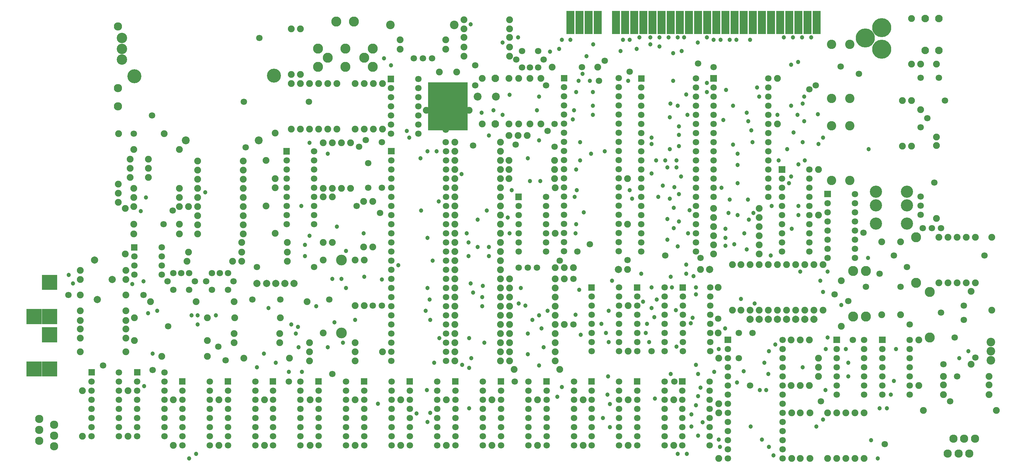
<source format=gbr>
%FSLAX34Y34*%
%MOMM*%
%LNSOLDERMASK_TOP*%
G71*
G01*
%ADD10C,1.800*%
%ADD11C,1.800*%
%ADD12C,1.900*%
%ADD13C,1.200*%
%ADD14C,2.100*%
%ADD15R,11.100X13.400*%
%ADD16C,1.900*%
%ADD17R,2.200X6.400*%
%ADD18C,1.900*%
%ADD19C,2.000*%
%ADD20C,2.000*%
%ADD21C,2.800*%
%ADD22C,2.200*%
%ADD23C,2.900*%
%ADD24C,2.300*%
%ADD25C,2.400*%
%ADD26C,2.300*%
%ADD27C,2.200*%
%ADD28C,3.000*%
%ADD29C,2.400*%
%ADD30C,3.400*%
%ADD31C,2.100*%
%ADD32C,2.600*%
%ADD33C,5.300*%
%ADD34C,3.900*%
%LPD*%
G36*
X1749290Y1118525D02*
X1749290Y1100525D01*
X1731290Y1100525D01*
X1731290Y1118525D01*
X1749290Y1118525D01*
G37*
X1740290Y1084125D02*
G54D10*
D03*
X1740290Y1058725D02*
G54D10*
D03*
X1740290Y1033325D02*
G54D10*
D03*
X1740290Y1007925D02*
G54D10*
D03*
X1740290Y982525D02*
G54D10*
D03*
X1740290Y957125D02*
G54D10*
D03*
X1740290Y931725D02*
G54D10*
D03*
X1740290Y906325D02*
G54D10*
D03*
X1740290Y880925D02*
G54D10*
D03*
X1740290Y855525D02*
G54D10*
D03*
X1740290Y830125D02*
G54D10*
D03*
X1740290Y804725D02*
G54D10*
D03*
X1740290Y779325D02*
G54D10*
D03*
X1740290Y753925D02*
G54D10*
D03*
X1740290Y728525D02*
G54D10*
D03*
X1740290Y703126D02*
G54D10*
D03*
X1740290Y677725D02*
G54D10*
D03*
X1740290Y652325D02*
G54D10*
D03*
X1740290Y626925D02*
G54D10*
D03*
X1892690Y626925D02*
G54D10*
D03*
X1892690Y652325D02*
G54D10*
D03*
X1892690Y677725D02*
G54D10*
D03*
X1892690Y703125D02*
G54D10*
D03*
X1892690Y728525D02*
G54D10*
D03*
X1892690Y753926D02*
G54D10*
D03*
X1892690Y779325D02*
G54D10*
D03*
X1892690Y804725D02*
G54D10*
D03*
X1892690Y830125D02*
G54D10*
D03*
X1892690Y855525D02*
G54D10*
D03*
X1892690Y880925D02*
G54D10*
D03*
X1892690Y906325D02*
G54D10*
D03*
X1892690Y931725D02*
G54D10*
D03*
X1892690Y957125D02*
G54D10*
D03*
X1892690Y982525D02*
G54D10*
D03*
X1892690Y1007925D02*
G54D10*
D03*
X1892690Y1033325D02*
G54D10*
D03*
X1892690Y1058725D02*
G54D10*
D03*
X1892690Y1084125D02*
G54D10*
D03*
X1892690Y1109525D02*
G54D10*
D03*
G36*
X1534163Y1119224D02*
X1534163Y1101224D01*
X1516163Y1101224D01*
X1516163Y1119224D01*
X1534163Y1119224D01*
G37*
X1525163Y1084824D02*
G54D10*
D03*
X1525163Y1059424D02*
G54D10*
D03*
X1525163Y1034024D02*
G54D10*
D03*
X1525163Y1008624D02*
G54D10*
D03*
X1525163Y983224D02*
G54D10*
D03*
X1525163Y957824D02*
G54D10*
D03*
X1525163Y932424D02*
G54D10*
D03*
X1525163Y907024D02*
G54D10*
D03*
X1525163Y881624D02*
G54D10*
D03*
X1525163Y856224D02*
G54D10*
D03*
X1525163Y830824D02*
G54D10*
D03*
X1525163Y805424D02*
G54D10*
D03*
X1525163Y780024D02*
G54D10*
D03*
X1525163Y754624D02*
G54D10*
D03*
X1525163Y729224D02*
G54D10*
D03*
X1525163Y703824D02*
G54D10*
D03*
X1525163Y678424D02*
G54D10*
D03*
X1525163Y653024D02*
G54D10*
D03*
X1525163Y627624D02*
G54D10*
D03*
X1677563Y627624D02*
G54D10*
D03*
X1677563Y653024D02*
G54D10*
D03*
X1677563Y678424D02*
G54D10*
D03*
X1677563Y703824D02*
G54D10*
D03*
X1677563Y729224D02*
G54D10*
D03*
X1677563Y754624D02*
G54D10*
D03*
X1677563Y780024D02*
G54D10*
D03*
X1677563Y805424D02*
G54D10*
D03*
X1677563Y830824D02*
G54D10*
D03*
X1677563Y856224D02*
G54D10*
D03*
X1677563Y881624D02*
G54D10*
D03*
X1677563Y907024D02*
G54D10*
D03*
X1677563Y932424D02*
G54D10*
D03*
X1677563Y957824D02*
G54D10*
D03*
X1677563Y983224D02*
G54D10*
D03*
X1677563Y1008624D02*
G54D10*
D03*
X1677563Y1034024D02*
G54D10*
D03*
X1677563Y1059424D02*
G54D10*
D03*
X1677563Y1084824D02*
G54D10*
D03*
X1677563Y1110224D02*
G54D10*
D03*
G36*
X1053010Y915666D02*
X1053010Y897666D01*
X1035010Y897666D01*
X1035010Y915666D01*
X1053010Y915666D01*
G37*
X1044010Y881266D02*
G54D10*
D03*
X1044010Y855866D02*
G54D10*
D03*
X1044010Y830466D02*
G54D10*
D03*
X1044010Y805066D02*
G54D10*
D03*
X1044010Y779666D02*
G54D10*
D03*
X1044010Y754266D02*
G54D10*
D03*
X1044010Y728866D02*
G54D10*
D03*
X1044010Y703466D02*
G54D10*
D03*
X1044010Y678066D02*
G54D10*
D03*
X1044010Y652666D02*
G54D10*
D03*
X1044010Y627266D02*
G54D10*
D03*
X1044010Y601866D02*
G54D10*
D03*
X1044010Y576466D02*
G54D10*
D03*
X1044010Y551066D02*
G54D10*
D03*
X1044010Y525666D02*
G54D10*
D03*
X1044010Y500266D02*
G54D10*
D03*
X1044010Y474866D02*
G54D10*
D03*
X1044010Y449466D02*
G54D10*
D03*
X1044010Y424066D02*
G54D10*
D03*
X1044010Y398666D02*
G54D10*
D03*
X1044010Y373266D02*
G54D10*
D03*
X1044010Y347866D02*
G54D10*
D03*
X1044010Y322466D02*
G54D10*
D03*
X1196410Y322466D02*
G54D10*
D03*
X1196410Y347866D02*
G54D10*
D03*
X1196410Y373266D02*
G54D10*
D03*
X1196410Y398666D02*
G54D10*
D03*
X1196410Y424066D02*
G54D10*
D03*
X1196410Y449466D02*
G54D10*
D03*
X1196410Y474866D02*
G54D10*
D03*
X1196410Y500266D02*
G54D10*
D03*
X1196410Y525666D02*
G54D10*
D03*
X1196410Y551066D02*
G54D10*
D03*
X1196410Y576466D02*
G54D10*
D03*
X1196410Y601866D02*
G54D10*
D03*
X1196410Y627266D02*
G54D10*
D03*
X1196410Y652666D02*
G54D10*
D03*
X1196410Y678066D02*
G54D10*
D03*
X1196410Y703466D02*
G54D10*
D03*
X1196410Y728866D02*
G54D10*
D03*
X1196410Y754266D02*
G54D10*
D03*
X1196410Y779666D02*
G54D10*
D03*
X1196410Y805066D02*
G54D10*
D03*
X1196410Y830466D02*
G54D10*
D03*
X1196410Y855866D02*
G54D10*
D03*
X1196410Y881266D02*
G54D10*
D03*
X1196410Y906666D02*
G54D10*
D03*
G36*
X1950512Y1118662D02*
X1950512Y1100662D01*
X1932512Y1100662D01*
X1932512Y1118662D01*
X1950512Y1118662D01*
G37*
X1941512Y1084262D02*
G54D10*
D03*
X1941512Y1058862D02*
G54D10*
D03*
X1941512Y1033462D02*
G54D10*
D03*
X1941512Y1008062D02*
G54D10*
D03*
X1941512Y982662D02*
G54D10*
D03*
X1941512Y957262D02*
G54D10*
D03*
X1941512Y931862D02*
G54D10*
D03*
X1941512Y906462D02*
G54D10*
D03*
X1941512Y881062D02*
G54D10*
D03*
X1941512Y855662D02*
G54D10*
D03*
X1941512Y830262D02*
G54D10*
D03*
X1941512Y804862D02*
G54D10*
D03*
X1941512Y779462D02*
G54D10*
D03*
X2093912Y779462D02*
G54D10*
D03*
X2093912Y804862D02*
G54D10*
D03*
X2093912Y830262D02*
G54D10*
D03*
X2093912Y855662D02*
G54D10*
D03*
X2093912Y881062D02*
G54D10*
D03*
X2093912Y906462D02*
G54D10*
D03*
X2093912Y931862D02*
G54D10*
D03*
X2093912Y957262D02*
G54D10*
D03*
X2093912Y982662D02*
G54D10*
D03*
X2093912Y1008062D02*
G54D10*
D03*
X2093912Y1033462D02*
G54D10*
D03*
X2093912Y1058862D02*
G54D10*
D03*
X2093912Y1084262D02*
G54D10*
D03*
X2093912Y1109662D02*
G54D10*
D03*
G36*
X1990200Y390000D02*
X1990200Y372000D01*
X1972200Y372000D01*
X1972200Y390000D01*
X1990200Y390000D01*
G37*
X1981200Y355600D02*
G54D10*
D03*
X1981200Y330200D02*
G54D10*
D03*
X1981200Y304800D02*
G54D10*
D03*
X1981200Y279400D02*
G54D10*
D03*
X1981200Y254000D02*
G54D10*
D03*
X1981200Y228600D02*
G54D10*
D03*
X1981200Y203200D02*
G54D10*
D03*
X1981200Y177800D02*
G54D10*
D03*
X1981200Y152400D02*
G54D10*
D03*
X1981200Y127000D02*
G54D10*
D03*
X1981200Y101600D02*
G54D10*
D03*
X1981200Y76200D02*
G54D10*
D03*
X1981200Y50800D02*
G54D10*
D03*
X2133600Y50800D02*
G54D10*
D03*
X2133600Y76200D02*
G54D10*
D03*
X2133600Y101600D02*
G54D10*
D03*
X2133600Y127000D02*
G54D10*
D03*
X2133600Y152400D02*
G54D10*
D03*
X2133600Y177800D02*
G54D10*
D03*
X2133600Y203200D02*
G54D10*
D03*
X2133600Y228600D02*
G54D10*
D03*
X2133600Y254000D02*
G54D10*
D03*
X2133600Y279400D02*
G54D10*
D03*
X2133600Y304800D02*
G54D10*
D03*
X2133600Y330200D02*
G54D10*
D03*
X2133600Y355600D02*
G54D10*
D03*
X2133600Y381000D02*
G54D10*
D03*
G36*
X218550Y299512D02*
X218550Y281512D01*
X200550Y281512D01*
X200550Y299512D01*
X218550Y299512D01*
G37*
X209550Y265112D02*
G54D10*
D03*
X209550Y239712D02*
G54D10*
D03*
X209550Y214312D02*
G54D10*
D03*
X209550Y188912D02*
G54D10*
D03*
X209550Y163512D02*
G54D10*
D03*
X209550Y138112D02*
G54D10*
D03*
X209550Y112712D02*
G54D10*
D03*
X285750Y112712D02*
G54D10*
D03*
X285750Y138112D02*
G54D10*
D03*
X285750Y163512D02*
G54D10*
D03*
X285750Y188912D02*
G54D10*
D03*
X285750Y214312D02*
G54D10*
D03*
X285750Y239712D02*
G54D10*
D03*
X285750Y265112D02*
G54D10*
D03*
X285750Y290512D02*
G54D10*
D03*
G36*
X345550Y299512D02*
X345550Y281512D01*
X327550Y281512D01*
X327550Y299512D01*
X345550Y299512D01*
G37*
X336550Y265112D02*
G54D10*
D03*
X336550Y239712D02*
G54D10*
D03*
X336550Y214312D02*
G54D10*
D03*
X336550Y188912D02*
G54D10*
D03*
X336550Y163512D02*
G54D10*
D03*
X336550Y138112D02*
G54D10*
D03*
X336550Y112712D02*
G54D10*
D03*
X412750Y112712D02*
G54D10*
D03*
X412750Y138112D02*
G54D10*
D03*
X412750Y163512D02*
G54D10*
D03*
X412750Y188912D02*
G54D10*
D03*
X412750Y214312D02*
G54D10*
D03*
X412750Y239712D02*
G54D10*
D03*
X412750Y265112D02*
G54D10*
D03*
X412750Y290512D02*
G54D10*
D03*
G36*
X470962Y274112D02*
X470962Y256112D01*
X452962Y256112D01*
X452962Y274112D01*
X470962Y274112D01*
G37*
X461962Y239712D02*
G54D10*
D03*
X461962Y214312D02*
G54D10*
D03*
X461962Y188912D02*
G54D10*
D03*
X461962Y163512D02*
G54D10*
D03*
X461962Y138112D02*
G54D10*
D03*
X461962Y112712D02*
G54D10*
D03*
X461962Y87312D02*
G54D10*
D03*
X538162Y87312D02*
G54D10*
D03*
X538162Y112712D02*
G54D10*
D03*
X538162Y138112D02*
G54D10*
D03*
X538162Y163512D02*
G54D10*
D03*
X538162Y188912D02*
G54D10*
D03*
X538162Y214312D02*
G54D10*
D03*
X538162Y239712D02*
G54D10*
D03*
X538162Y265112D02*
G54D10*
D03*
G36*
X597962Y274112D02*
X597962Y256112D01*
X579962Y256112D01*
X579962Y274112D01*
X597962Y274112D01*
G37*
X588962Y239712D02*
G54D10*
D03*
X588962Y214312D02*
G54D10*
D03*
X588962Y188912D02*
G54D10*
D03*
X588962Y163512D02*
G54D10*
D03*
X588962Y138112D02*
G54D10*
D03*
X588962Y112712D02*
G54D10*
D03*
X588962Y87312D02*
G54D10*
D03*
X665162Y87312D02*
G54D10*
D03*
X665162Y112712D02*
G54D10*
D03*
X665162Y138112D02*
G54D10*
D03*
X665162Y163512D02*
G54D10*
D03*
X665162Y188912D02*
G54D10*
D03*
X665162Y214312D02*
G54D10*
D03*
X665162Y239712D02*
G54D10*
D03*
X665162Y265112D02*
G54D10*
D03*
G36*
X723375Y274112D02*
X723375Y256112D01*
X705375Y256112D01*
X705375Y274112D01*
X723375Y274112D01*
G37*
X714375Y239712D02*
G54D10*
D03*
X714375Y214312D02*
G54D10*
D03*
X714375Y188912D02*
G54D10*
D03*
X714375Y163512D02*
G54D10*
D03*
X714375Y138112D02*
G54D10*
D03*
X714375Y112712D02*
G54D10*
D03*
X714375Y87312D02*
G54D10*
D03*
X790575Y87312D02*
G54D10*
D03*
X790575Y112712D02*
G54D10*
D03*
X790575Y138112D02*
G54D10*
D03*
X790575Y163512D02*
G54D10*
D03*
X790575Y188912D02*
G54D10*
D03*
X790575Y214312D02*
G54D10*
D03*
X790575Y239712D02*
G54D10*
D03*
X790575Y265112D02*
G54D10*
D03*
G36*
X850375Y274112D02*
X850375Y256112D01*
X832375Y256112D01*
X832375Y274112D01*
X850375Y274112D01*
G37*
X841375Y239712D02*
G54D10*
D03*
X841375Y214312D02*
G54D10*
D03*
X841375Y188912D02*
G54D10*
D03*
X841375Y163512D02*
G54D10*
D03*
X841375Y138112D02*
G54D10*
D03*
X841375Y112712D02*
G54D10*
D03*
X841375Y87312D02*
G54D10*
D03*
X917575Y87312D02*
G54D10*
D03*
X917575Y112712D02*
G54D10*
D03*
X917575Y138112D02*
G54D10*
D03*
X917575Y163512D02*
G54D10*
D03*
X917575Y188912D02*
G54D10*
D03*
X917575Y214312D02*
G54D10*
D03*
X917575Y239712D02*
G54D10*
D03*
X917575Y265112D02*
G54D10*
D03*
G36*
X977375Y274112D02*
X977375Y256112D01*
X959375Y256112D01*
X959375Y274112D01*
X977375Y274112D01*
G37*
X968375Y239712D02*
G54D10*
D03*
X968375Y214312D02*
G54D10*
D03*
X968375Y188912D02*
G54D10*
D03*
X968375Y163512D02*
G54D10*
D03*
X968375Y138112D02*
G54D10*
D03*
X968375Y112712D02*
G54D10*
D03*
X968375Y87312D02*
G54D10*
D03*
X1044575Y87312D02*
G54D10*
D03*
X1044575Y112712D02*
G54D10*
D03*
X1044575Y138112D02*
G54D10*
D03*
X1044575Y163512D02*
G54D10*
D03*
X1044575Y188912D02*
G54D10*
D03*
X1044575Y214312D02*
G54D10*
D03*
X1044575Y239712D02*
G54D10*
D03*
X1044575Y265112D02*
G54D10*
D03*
G36*
X1104375Y274112D02*
X1104375Y256112D01*
X1086375Y256112D01*
X1086375Y274112D01*
X1104375Y274112D01*
G37*
X1095375Y239712D02*
G54D10*
D03*
X1095375Y214312D02*
G54D10*
D03*
X1095375Y188912D02*
G54D10*
D03*
X1095375Y163512D02*
G54D10*
D03*
X1095375Y138112D02*
G54D10*
D03*
X1095375Y112712D02*
G54D10*
D03*
X1095375Y87312D02*
G54D10*
D03*
X1171575Y87312D02*
G54D10*
D03*
X1171575Y112712D02*
G54D10*
D03*
X1171575Y138112D02*
G54D10*
D03*
X1171575Y163512D02*
G54D10*
D03*
X1171575Y188912D02*
G54D10*
D03*
X1171575Y214312D02*
G54D10*
D03*
X1171575Y239712D02*
G54D10*
D03*
X1171575Y265112D02*
G54D10*
D03*
G36*
X1231375Y274112D02*
X1231375Y256112D01*
X1213375Y256112D01*
X1213375Y274112D01*
X1231375Y274112D01*
G37*
X1222375Y239712D02*
G54D10*
D03*
X1222375Y214312D02*
G54D10*
D03*
X1222375Y188912D02*
G54D10*
D03*
X1222375Y163512D02*
G54D10*
D03*
X1222375Y138112D02*
G54D10*
D03*
X1222375Y112712D02*
G54D10*
D03*
X1222375Y87312D02*
G54D10*
D03*
X1298575Y87312D02*
G54D10*
D03*
X1298575Y112712D02*
G54D10*
D03*
X1298575Y138112D02*
G54D10*
D03*
X1298575Y163512D02*
G54D10*
D03*
X1298575Y188912D02*
G54D10*
D03*
X1298575Y214312D02*
G54D10*
D03*
X1298575Y239712D02*
G54D10*
D03*
X1298575Y265112D02*
G54D10*
D03*
G36*
X1358375Y274112D02*
X1358375Y256112D01*
X1340375Y256112D01*
X1340375Y274112D01*
X1358375Y274112D01*
G37*
X1349375Y239712D02*
G54D10*
D03*
X1349375Y214312D02*
G54D10*
D03*
X1349375Y188912D02*
G54D10*
D03*
X1349375Y163512D02*
G54D10*
D03*
X1349375Y138112D02*
G54D10*
D03*
X1349375Y112712D02*
G54D10*
D03*
X1349375Y87312D02*
G54D10*
D03*
X1425575Y87312D02*
G54D10*
D03*
X1425575Y112712D02*
G54D10*
D03*
X1425575Y138112D02*
G54D10*
D03*
X1425575Y163512D02*
G54D10*
D03*
X1425575Y188912D02*
G54D10*
D03*
X1425575Y214312D02*
G54D10*
D03*
X1425575Y239712D02*
G54D10*
D03*
X1425575Y265112D02*
G54D10*
D03*
G36*
X1485375Y274112D02*
X1485375Y256112D01*
X1467375Y256112D01*
X1467375Y274112D01*
X1485375Y274112D01*
G37*
X1476375Y239712D02*
G54D10*
D03*
X1476375Y214312D02*
G54D10*
D03*
X1476375Y188912D02*
G54D10*
D03*
X1476375Y163512D02*
G54D10*
D03*
X1476375Y138112D02*
G54D10*
D03*
X1476375Y112712D02*
G54D10*
D03*
X1476375Y87312D02*
G54D10*
D03*
X1552575Y87312D02*
G54D10*
D03*
X1552575Y112712D02*
G54D10*
D03*
X1552575Y138112D02*
G54D10*
D03*
X1552575Y163512D02*
G54D10*
D03*
X1552575Y188912D02*
G54D10*
D03*
X1552575Y214312D02*
G54D10*
D03*
X1552575Y239712D02*
G54D10*
D03*
X1552575Y265112D02*
G54D10*
D03*
G36*
X1610788Y274112D02*
X1610788Y256112D01*
X1592788Y256112D01*
X1592788Y274112D01*
X1610788Y274112D01*
G37*
X1601788Y239712D02*
G54D10*
D03*
X1601788Y214312D02*
G54D10*
D03*
X1601788Y188912D02*
G54D10*
D03*
X1601788Y163512D02*
G54D10*
D03*
X1601788Y138112D02*
G54D10*
D03*
X1601788Y112712D02*
G54D10*
D03*
X1601788Y87312D02*
G54D10*
D03*
X1677988Y87312D02*
G54D10*
D03*
X1677988Y112712D02*
G54D10*
D03*
X1677988Y138112D02*
G54D10*
D03*
X1677988Y163512D02*
G54D10*
D03*
X1677988Y188912D02*
G54D10*
D03*
X1677988Y214312D02*
G54D10*
D03*
X1677988Y239712D02*
G54D10*
D03*
X1677988Y265112D02*
G54D10*
D03*
G36*
X1737788Y274112D02*
X1737788Y256112D01*
X1719788Y256112D01*
X1719788Y274112D01*
X1737788Y274112D01*
G37*
X1728788Y239712D02*
G54D10*
D03*
X1728788Y214312D02*
G54D10*
D03*
X1728788Y188912D02*
G54D10*
D03*
X1728788Y163512D02*
G54D10*
D03*
X1728788Y138112D02*
G54D10*
D03*
X1728788Y112712D02*
G54D10*
D03*
X1728788Y87312D02*
G54D10*
D03*
X1804988Y87312D02*
G54D10*
D03*
X1804988Y112712D02*
G54D10*
D03*
X1804988Y138112D02*
G54D10*
D03*
X1804988Y163512D02*
G54D10*
D03*
X1804988Y188912D02*
G54D10*
D03*
X1804988Y214312D02*
G54D10*
D03*
X1804988Y239712D02*
G54D10*
D03*
X1804988Y265112D02*
G54D10*
D03*
G36*
X1863200Y274112D02*
X1863200Y256112D01*
X1845200Y256112D01*
X1845200Y274112D01*
X1863200Y274112D01*
G37*
X1854200Y239712D02*
G54D10*
D03*
X1854200Y214312D02*
G54D10*
D03*
X1854200Y188912D02*
G54D10*
D03*
X1854200Y163512D02*
G54D10*
D03*
X1854200Y138112D02*
G54D10*
D03*
X1854200Y112712D02*
G54D10*
D03*
X1854200Y87312D02*
G54D10*
D03*
X1930400Y87312D02*
G54D10*
D03*
X1930400Y112712D02*
G54D10*
D03*
X1930400Y138112D02*
G54D10*
D03*
X1930400Y163512D02*
G54D10*
D03*
X1930400Y188912D02*
G54D10*
D03*
X1930400Y214312D02*
G54D10*
D03*
X1930400Y239712D02*
G54D10*
D03*
X1930400Y265112D02*
G54D10*
D03*
G36*
X2293412Y390000D02*
X2293412Y372000D01*
X2275412Y372000D01*
X2275412Y390000D01*
X2293412Y390000D01*
G37*
X2284412Y355600D02*
G54D10*
D03*
X2284412Y330200D02*
G54D10*
D03*
X2284412Y304800D02*
G54D10*
D03*
X2284412Y279400D02*
G54D10*
D03*
X2284412Y254000D02*
G54D10*
D03*
X2284412Y228600D02*
G54D10*
D03*
X2360612Y228600D02*
G54D10*
D03*
X2360612Y254000D02*
G54D10*
D03*
X2360612Y279400D02*
G54D10*
D03*
X2360612Y304800D02*
G54D10*
D03*
X2360612Y330200D02*
G54D10*
D03*
X2360612Y355600D02*
G54D10*
D03*
X2360612Y381000D02*
G54D10*
D03*
G36*
X2420412Y390000D02*
X2420412Y372000D01*
X2402412Y372000D01*
X2402412Y390000D01*
X2420412Y390000D01*
G37*
X2411412Y355600D02*
G54D10*
D03*
X2411412Y330200D02*
G54D10*
D03*
X2411412Y304800D02*
G54D10*
D03*
X2411412Y279400D02*
G54D10*
D03*
X2411412Y254000D02*
G54D10*
D03*
X2411412Y228600D02*
G54D10*
D03*
X2487612Y228600D02*
G54D10*
D03*
X2487612Y254000D02*
G54D10*
D03*
X2487612Y279400D02*
G54D10*
D03*
X2487612Y304800D02*
G54D10*
D03*
X2487612Y330200D02*
G54D10*
D03*
X2487612Y355600D02*
G54D10*
D03*
X2487612Y381000D02*
G54D10*
D03*
G36*
X1610788Y536050D02*
X1610788Y518050D01*
X1592788Y518050D01*
X1592788Y536050D01*
X1610788Y536050D01*
G37*
X1601788Y501650D02*
G54D10*
D03*
X1601788Y476250D02*
G54D10*
D03*
X1601788Y450850D02*
G54D10*
D03*
X1601788Y425450D02*
G54D10*
D03*
X1601788Y400050D02*
G54D10*
D03*
X1601788Y374650D02*
G54D10*
D03*
X1601788Y349250D02*
G54D10*
D03*
X1677988Y349250D02*
G54D10*
D03*
X1677988Y374650D02*
G54D10*
D03*
X1677988Y400050D02*
G54D10*
D03*
X1677988Y425450D02*
G54D10*
D03*
X1677988Y450850D02*
G54D10*
D03*
X1677988Y476250D02*
G54D10*
D03*
X1677988Y501650D02*
G54D10*
D03*
X1677988Y527050D02*
G54D10*
D03*
G36*
X1737788Y536050D02*
X1737788Y518050D01*
X1719788Y518050D01*
X1719788Y536050D01*
X1737788Y536050D01*
G37*
X1728788Y501650D02*
G54D10*
D03*
X1728788Y476250D02*
G54D10*
D03*
X1728788Y450850D02*
G54D10*
D03*
X1728788Y425450D02*
G54D10*
D03*
X1728788Y400050D02*
G54D10*
D03*
X1728788Y374650D02*
G54D10*
D03*
X1728788Y349250D02*
G54D10*
D03*
X1804988Y349250D02*
G54D10*
D03*
X1804988Y374650D02*
G54D10*
D03*
X1804988Y400050D02*
G54D10*
D03*
X1804988Y425450D02*
G54D10*
D03*
X1804988Y450850D02*
G54D10*
D03*
X1804988Y476250D02*
G54D10*
D03*
X1804988Y501650D02*
G54D10*
D03*
X1804988Y527050D02*
G54D10*
D03*
G36*
X1864788Y536050D02*
X1864788Y518050D01*
X1846788Y518050D01*
X1846788Y536050D01*
X1864788Y536050D01*
G37*
X1855788Y501650D02*
G54D10*
D03*
X1855788Y476250D02*
G54D10*
D03*
X1855788Y450850D02*
G54D10*
D03*
X1855788Y425450D02*
G54D10*
D03*
X1855788Y400050D02*
G54D10*
D03*
X1855788Y374650D02*
G54D10*
D03*
X1855788Y349250D02*
G54D10*
D03*
X1931988Y349250D02*
G54D10*
D03*
X1931988Y374650D02*
G54D10*
D03*
X1931988Y400050D02*
G54D10*
D03*
X1931988Y425450D02*
G54D10*
D03*
X1931988Y450850D02*
G54D10*
D03*
X1931988Y476250D02*
G54D10*
D03*
X1931988Y501650D02*
G54D10*
D03*
X1931988Y527050D02*
G54D10*
D03*
G36*
X2268012Y796400D02*
X2268012Y778400D01*
X2250012Y778400D01*
X2250012Y796400D01*
X2268012Y796400D01*
G37*
X2259012Y762000D02*
G54D10*
D03*
X2259012Y736600D02*
G54D10*
D03*
X2259012Y711200D02*
G54D10*
D03*
X2259012Y685800D02*
G54D10*
D03*
X2259012Y660400D02*
G54D10*
D03*
X2259012Y635000D02*
G54D10*
D03*
X2259012Y609600D02*
G54D10*
D03*
X2335212Y609600D02*
G54D10*
D03*
X2335212Y635000D02*
G54D10*
D03*
X2335212Y660400D02*
G54D10*
D03*
X2335212Y685800D02*
G54D10*
D03*
X2335212Y711200D02*
G54D10*
D03*
X2335212Y736600D02*
G54D10*
D03*
X2335212Y762000D02*
G54D10*
D03*
X2335212Y787400D02*
G54D10*
D03*
G36*
X2141012Y864662D02*
X2141012Y846662D01*
X2123012Y846662D01*
X2123012Y864662D01*
X2141012Y864662D01*
G37*
X2132012Y830262D02*
G54D10*
D03*
X2132012Y804862D02*
G54D10*
D03*
X2132012Y779462D02*
G54D10*
D03*
X2132012Y754062D02*
G54D10*
D03*
X2132012Y728662D02*
G54D10*
D03*
X2132012Y703262D02*
G54D10*
D03*
X2132012Y677862D02*
G54D10*
D03*
X2132012Y652462D02*
G54D10*
D03*
X2132012Y627062D02*
G54D10*
D03*
X2208212Y627062D02*
G54D10*
D03*
X2208212Y652462D02*
G54D10*
D03*
X2208212Y677862D02*
G54D10*
D03*
X2208212Y703262D02*
G54D10*
D03*
X2208212Y728662D02*
G54D10*
D03*
X2208212Y754062D02*
G54D10*
D03*
X2208212Y779462D02*
G54D10*
D03*
X2208212Y804862D02*
G54D10*
D03*
X2208212Y830262D02*
G54D10*
D03*
X2208212Y855662D02*
G54D10*
D03*
G36*
X1407588Y788462D02*
X1407588Y770462D01*
X1389588Y770462D01*
X1389588Y788462D01*
X1407588Y788462D01*
G37*
X1398588Y754062D02*
G54D10*
D03*
X1398588Y728662D02*
G54D10*
D03*
X1398588Y703262D02*
G54D10*
D03*
X1398588Y677862D02*
G54D10*
D03*
X1398588Y652462D02*
G54D10*
D03*
X1398588Y627062D02*
G54D10*
D03*
X1474788Y627062D02*
G54D10*
D03*
X1474788Y652462D02*
G54D10*
D03*
X1474788Y677862D02*
G54D10*
D03*
X1474788Y703262D02*
G54D10*
D03*
X1474788Y728662D02*
G54D10*
D03*
X1474788Y754062D02*
G54D10*
D03*
X1474788Y779462D02*
G54D10*
D03*
G36*
X1051988Y1117075D02*
X1051988Y1099075D01*
X1033988Y1099075D01*
X1033988Y1117075D01*
X1051988Y1117075D01*
G37*
X1042988Y1082675D02*
G54D11*
D03*
X1042988Y1057275D02*
G54D11*
D03*
X1042988Y1031875D02*
G54D11*
D03*
X1042988Y1006475D02*
G54D11*
D03*
X1042988Y981075D02*
G54D11*
D03*
X1042988Y955675D02*
G54D11*
D03*
X1119188Y955675D02*
G54D11*
D03*
X1119188Y981075D02*
G54D11*
D03*
X1119188Y1006475D02*
G54D11*
D03*
X1119188Y1031875D02*
G54D11*
D03*
X1119188Y1057275D02*
G54D11*
D03*
X1119188Y1082675D02*
G54D11*
D03*
X1119188Y1108075D02*
G54D11*
D03*
G36*
X761475Y915462D02*
X761475Y897462D01*
X743475Y897462D01*
X743475Y915462D01*
X761475Y915462D01*
G37*
X752475Y881062D02*
G54D10*
D03*
X752475Y855662D02*
G54D10*
D03*
X752475Y830262D02*
G54D10*
D03*
X752475Y804862D02*
G54D10*
D03*
X752475Y779462D02*
G54D10*
D03*
X752475Y754062D02*
G54D10*
D03*
X752475Y728662D02*
G54D10*
D03*
X752475Y703262D02*
G54D10*
D03*
X828675Y703262D02*
G54D10*
D03*
X828675Y728662D02*
G54D10*
D03*
X828675Y754062D02*
G54D10*
D03*
X828675Y779462D02*
G54D10*
D03*
X828675Y804862D02*
G54D10*
D03*
X828675Y830262D02*
G54D10*
D03*
X828675Y855662D02*
G54D10*
D03*
X828675Y881062D02*
G54D10*
D03*
X828675Y906462D02*
G54D10*
D03*
X993775Y1095375D02*
G54D12*
D03*
X993775Y968375D02*
G54D12*
D03*
X942975Y1095375D02*
G54D12*
D03*
X942975Y968375D02*
G54D12*
D03*
X1019175Y1095375D02*
G54D12*
D03*
X1019175Y968375D02*
G54D12*
D03*
X968375Y1095375D02*
G54D12*
D03*
X968375Y968375D02*
G54D12*
D03*
X1087438Y963612D02*
G54D13*
D03*
X1296988Y1109662D02*
G54D12*
D03*
X1296988Y982662D02*
G54D12*
D03*
X1333500Y1109662D02*
G54D14*
D03*
X1333500Y982662D02*
G54D14*
D03*
X1226325Y1127125D02*
G54D12*
D03*
X1177925Y1127125D02*
G54D12*
D03*
X1042988Y1146175D02*
G54D13*
D03*
X1277937Y1146175D02*
G54D11*
D03*
X1201312Y1031874D02*
G54D15*
D03*
X1195387Y966788D02*
G54D11*
D03*
X1141413Y1020762D02*
G54D16*
D03*
X1260475Y1020762D02*
G54D16*
D03*
X1143000Y241300D02*
G54D13*
D03*
X1125538Y887412D02*
G54D13*
D03*
X1911350Y151400D02*
G54D13*
D03*
X2044700Y139700D02*
G54D13*
D03*
X1144588Y152400D02*
G54D13*
D03*
X1114425Y176212D02*
G54D13*
D03*
X1006475Y203200D02*
G54D13*
D03*
X1063625Y588962D02*
G54D13*
D03*
X2182812Y571500D02*
G54D13*
D03*
X2195512Y590550D02*
G54D12*
D03*
X2195512Y463550D02*
G54D12*
D03*
X2259012Y571500D02*
G54D13*
D03*
X1347788Y728662D02*
G54D12*
D03*
X1220788Y728662D02*
G54D12*
D03*
X1347788Y754062D02*
G54D12*
D03*
X1220788Y754062D02*
G54D12*
D03*
X1347788Y804862D02*
G54D12*
D03*
X1220788Y804862D02*
G54D12*
D03*
X1347788Y830262D02*
G54D12*
D03*
X1220788Y830262D02*
G54D12*
D03*
X1347788Y855662D02*
G54D12*
D03*
X1220788Y855662D02*
G54D12*
D03*
X1347788Y881062D02*
G54D12*
D03*
X1220788Y881062D02*
G54D12*
D03*
X1347788Y906462D02*
G54D12*
D03*
X1220788Y906462D02*
G54D12*
D03*
X1560512Y798512D02*
G54D13*
D03*
X1557338Y677862D02*
G54D13*
D03*
X1316038Y639762D02*
G54D13*
D03*
X1368425Y722312D02*
G54D13*
D03*
X1379538Y798512D02*
G54D13*
D03*
X1316038Y950912D02*
G54D13*
D03*
X1328738Y1020762D02*
G54D13*
D03*
X1296988Y500062D02*
G54D13*
D03*
X1295400Y1014412D02*
G54D13*
D03*
X1316038Y614362D02*
G54D13*
D03*
X1874838Y741950D02*
G54D13*
D03*
X2068512Y747712D02*
G54D12*
D03*
X1941512Y747712D02*
G54D12*
D03*
X1985962Y771525D02*
G54D13*
D03*
X1985962Y1217612D02*
G54D13*
D03*
X1543049Y1265238D02*
G54D17*
D03*
X1568449Y1265238D02*
G54D17*
D03*
X1593849Y1265238D02*
G54D17*
D03*
X1619249Y1265238D02*
G54D17*
D03*
X1670049Y1265238D02*
G54D17*
D03*
X1695449Y1265238D02*
G54D17*
D03*
X1720849Y1265238D02*
G54D17*
D03*
X1746249Y1265238D02*
G54D17*
D03*
X1771649Y1265238D02*
G54D17*
D03*
X1797049Y1265238D02*
G54D17*
D03*
X1822449Y1265238D02*
G54D17*
D03*
X1847849Y1265238D02*
G54D17*
D03*
X1873249Y1265238D02*
G54D17*
D03*
X1898649Y1265238D02*
G54D17*
D03*
X1924049Y1265238D02*
G54D17*
D03*
X1949449Y1265238D02*
G54D17*
D03*
X1974849Y1265238D02*
G54D17*
D03*
X2000249Y1265238D02*
G54D17*
D03*
X2025649Y1265238D02*
G54D17*
D03*
X2051049Y1265238D02*
G54D17*
D03*
X2076449Y1265238D02*
G54D17*
D03*
X2101849Y1265238D02*
G54D17*
D03*
X2127249Y1265238D02*
G54D17*
D03*
X2152649Y1265238D02*
G54D17*
D03*
X2178049Y1265238D02*
G54D17*
D03*
X2203449Y1265238D02*
G54D17*
D03*
X2228849Y1265238D02*
G54D17*
D03*
X1144588Y525462D02*
G54D13*
D03*
X1144588Y665162D02*
G54D13*
D03*
X1870075Y677862D02*
G54D13*
D03*
X1974850Y665162D02*
G54D13*
D03*
X2005012Y1217612D02*
G54D13*
D03*
X1455738Y1058862D02*
G54D13*
D03*
X1479550Y461962D02*
G54D13*
D03*
X1652588Y202200D02*
G54D13*
D03*
X1139825Y461962D02*
G54D13*
D03*
X1093788Y944562D02*
G54D13*
D03*
X1430338Y1109662D02*
G54D12*
D03*
X1430338Y982662D02*
G54D12*
D03*
X1152525Y177800D02*
G54D13*
D03*
X1127125Y741362D02*
G54D13*
D03*
X355600Y252412D02*
G54D13*
D03*
X366712Y455612D02*
G54D13*
D03*
X917575Y525462D02*
G54D13*
D03*
X917575Y628650D02*
G54D13*
D03*
X1258888Y652462D02*
G54D13*
D03*
X1347788Y500062D02*
G54D12*
D03*
X1220788Y500062D02*
G54D12*
D03*
X1347788Y474662D02*
G54D12*
D03*
X1220788Y474662D02*
G54D12*
D03*
X1347788Y449262D02*
G54D12*
D03*
X1220788Y449262D02*
G54D12*
D03*
X1347788Y423862D02*
G54D12*
D03*
X1220788Y423862D02*
G54D12*
D03*
X1347788Y398462D02*
G54D12*
D03*
X1220788Y398462D02*
G54D12*
D03*
X1347788Y373062D02*
G54D12*
D03*
X1220788Y373062D02*
G54D12*
D03*
X1347788Y347662D02*
G54D12*
D03*
X1220788Y347662D02*
G54D12*
D03*
X1347788Y322262D02*
G54D12*
D03*
X1220788Y322262D02*
G54D12*
D03*
X392112Y461962D02*
G54D13*
D03*
X669925Y304800D02*
G54D13*
D03*
X1260475Y303212D02*
G54D13*
D03*
X1265238Y538162D02*
G54D13*
D03*
X555625Y449262D02*
G54D13*
D03*
X1152525Y436562D02*
G54D13*
D03*
X795338Y292100D02*
G54D13*
D03*
X1241425Y311150D02*
G54D13*
D03*
X1177925Y385762D02*
G54D13*
D03*
X885825Y430212D02*
G54D13*
D03*
X909638Y373062D02*
G54D13*
D03*
X1260475Y190500D02*
G54D13*
D03*
X1519238Y249237D02*
G54D13*
D03*
X1566862Y520700D02*
G54D13*
D03*
X1649412Y461962D02*
G54D13*
D03*
X1557338Y450850D02*
G54D13*
D03*
X1579562Y736600D02*
G54D13*
D03*
X1458912Y823912D02*
G54D13*
D03*
X1498600Y830262D02*
G54D12*
D03*
X1371600Y830262D02*
G54D12*
D03*
X1633538Y163512D02*
G54D13*
D03*
X1628775Y425450D02*
G54D13*
D03*
X1652588Y138112D02*
G54D13*
D03*
X1641475Y400050D02*
G54D13*
D03*
X1436688Y436562D02*
G54D13*
D03*
X1649412Y374650D02*
G54D13*
D03*
X1762125Y374650D02*
G54D13*
D03*
X1571625Y395288D02*
G54D13*
D03*
X1303338Y373062D02*
G54D13*
D03*
X1500188Y373062D02*
G54D12*
D03*
X1373188Y373062D02*
G54D12*
D03*
X1500188Y347662D02*
G54D12*
D03*
X1373188Y347662D02*
G54D12*
D03*
X1500188Y322262D02*
G54D12*
D03*
X1373188Y322262D02*
G54D12*
D03*
X1500188Y398462D02*
G54D12*
D03*
X1373188Y398462D02*
G54D12*
D03*
X1500188Y423862D02*
G54D12*
D03*
X1373188Y423862D02*
G54D12*
D03*
X1500188Y449262D02*
G54D12*
D03*
X1373188Y449262D02*
G54D12*
D03*
X1500188Y474662D02*
G54D12*
D03*
X1373188Y474662D02*
G54D12*
D03*
X1500188Y500062D02*
G54D12*
D03*
X1373188Y500062D02*
G54D12*
D03*
X1755775Y425450D02*
G54D13*
D03*
X1831975Y806450D02*
G54D13*
D03*
X1735138Y1223962D02*
G54D13*
D03*
X1423988Y341312D02*
G54D13*
D03*
X1423988Y398462D02*
G54D13*
D03*
X1768475Y527050D02*
G54D13*
D03*
X1844675Y920750D02*
G54D13*
D03*
X1838325Y862012D02*
G54D13*
D03*
X1790700Y1223962D02*
G54D13*
D03*
X1943100Y292100D02*
G54D13*
D03*
X1776412Y444500D02*
G54D13*
D03*
X1787525Y779462D02*
G54D13*
D03*
X1768475Y927100D02*
G54D13*
D03*
X1844675Y952500D02*
G54D13*
D03*
X1816100Y1223962D02*
G54D13*
D03*
X2103438Y754062D02*
G54D13*
D03*
X1455738Y309562D02*
G54D13*
D03*
X1462088Y412750D02*
G54D13*
D03*
X1898650Y285750D02*
G54D13*
D03*
X1768475Y469900D02*
G54D13*
D03*
X1768475Y844550D02*
G54D13*
D03*
X1844675Y976312D02*
G54D13*
D03*
X1841500Y1223962D02*
G54D13*
D03*
X1506538Y222250D02*
G54D13*
D03*
X1468438Y360362D02*
G54D13*
D03*
X1455738Y449262D02*
G54D13*
D03*
X1892300Y311150D02*
G54D13*
D03*
X1905000Y247650D02*
G54D13*
D03*
X1892300Y198438D02*
G54D13*
D03*
X1898650Y223838D02*
G54D13*
D03*
X1781175Y881062D02*
G54D13*
D03*
X1819275Y912812D02*
G54D13*
D03*
X1765300Y1223962D02*
G54D13*
D03*
X1822450Y557212D02*
G54D13*
D03*
X1800225Y811212D02*
G54D13*
D03*
X1768475Y944562D02*
G54D13*
D03*
X1423988Y887412D02*
G54D13*
D03*
X1354138Y1209675D02*
G54D13*
D03*
X1296988Y474662D02*
G54D13*
D03*
X1782762Y493712D02*
G54D13*
D03*
X1398588Y482600D02*
G54D13*
D03*
X1878012Y427038D02*
G54D13*
D03*
X1812925Y717550D02*
G54D13*
D03*
X1812925Y862012D02*
G54D13*
D03*
X1708150Y1217612D02*
G54D13*
D03*
X1744662Y487362D02*
G54D13*
D03*
X1882775Y442912D02*
G54D13*
D03*
X1417638Y476250D02*
G54D13*
D03*
X1819275Y774700D02*
G54D13*
D03*
X1806575Y881062D02*
G54D13*
D03*
X1689100Y1217612D02*
G54D13*
D03*
X184150Y239712D02*
G54D12*
D03*
X184150Y112712D02*
G54D12*
D03*
X311150Y239712D02*
G54D12*
D03*
X311150Y112712D02*
G54D12*
D03*
X436562Y214312D02*
G54D12*
D03*
X436562Y87312D02*
G54D12*
D03*
X563562Y214312D02*
G54D12*
D03*
X563562Y87312D02*
G54D12*
D03*
X690562Y214312D02*
G54D12*
D03*
X690562Y87312D02*
G54D12*
D03*
X817562Y214312D02*
G54D12*
D03*
X817562Y87312D02*
G54D12*
D03*
X942975Y214312D02*
G54D12*
D03*
X942975Y87312D02*
G54D12*
D03*
X1069975Y214312D02*
G54D12*
D03*
X1069975Y87312D02*
G54D12*
D03*
X1196975Y214312D02*
G54D12*
D03*
X1196975Y87312D02*
G54D12*
D03*
X1323975Y214312D02*
G54D12*
D03*
X1323975Y87312D02*
G54D12*
D03*
X1450975Y214312D02*
G54D12*
D03*
X1450975Y87312D02*
G54D12*
D03*
X1577975Y214312D02*
G54D12*
D03*
X1577975Y87312D02*
G54D12*
D03*
X1703388Y214312D02*
G54D12*
D03*
X1703388Y87312D02*
G54D12*
D03*
X1830388Y214312D02*
G54D12*
D03*
X1830388Y87312D02*
G54D12*
D03*
X1955800Y330200D02*
G54D12*
D03*
X1955800Y203200D02*
G54D12*
D03*
X1955800Y177800D02*
G54D12*
D03*
X1955800Y50800D02*
G54D12*
D03*
X241300Y309562D02*
G54D11*
D03*
X379412Y296863D02*
G54D11*
D03*
X758824Y265112D02*
G54D11*
D03*
X879474Y285750D02*
G54D11*
D03*
X1387474Y265112D02*
G54D11*
D03*
X1831974Y265112D02*
G54D11*
D03*
X2417762Y90488D02*
G54D11*
D03*
X2011362Y330200D02*
G54D11*
D03*
X1768474Y349250D02*
G54D11*
D03*
X1703388Y476250D02*
G54D12*
D03*
X1703388Y349250D02*
G54D12*
D03*
X1550988Y550862D02*
G54D11*
D03*
X1550988Y423862D02*
G54D11*
D03*
X1941512Y1141412D02*
G54D11*
D03*
X1976438Y1077912D02*
G54D13*
D03*
X1974850Y690562D02*
G54D13*
D03*
X2068512Y590550D02*
G54D12*
D03*
X2068512Y463550D02*
G54D12*
D03*
X1565275Y1103312D02*
G54D13*
D03*
X2033588Y1014412D02*
G54D13*
D03*
X2038350Y990600D02*
G54D13*
D03*
X2232025Y1009650D02*
G54D13*
D03*
X2246312Y514350D02*
G54D13*
D03*
X1892300Y527050D02*
G54D13*
D03*
X1841500Y641350D02*
G54D13*
D03*
X2046288Y965200D02*
G54D13*
D03*
X1830388Y692150D02*
G54D13*
D03*
X2049462Y931862D02*
G54D13*
D03*
X1844675Y711200D02*
G54D13*
D03*
X1558925Y855662D02*
G54D13*
D03*
X1587897Y1171575D02*
G54D13*
D03*
X1828403Y1179909D02*
G54D13*
D03*
X1819275Y1001712D02*
G54D13*
D03*
X2122488Y881062D02*
G54D13*
D03*
X1838325Y881062D02*
G54D13*
D03*
X1790700Y1198562D02*
G54D13*
D03*
X1511300Y1192212D02*
G54D13*
D03*
X1865312Y590550D02*
G54D13*
D03*
X1525587Y582612D02*
G54D12*
D03*
X1500187Y582612D02*
G54D12*
D03*
X1550987Y582612D02*
G54D12*
D03*
X1604962Y1071562D02*
G54D13*
D03*
X1606550Y1204912D02*
G54D13*
D03*
X1765300Y1204912D02*
G54D13*
D03*
X1868488Y1008062D02*
G54D13*
D03*
X2163762Y958850D02*
G54D13*
D03*
X2157412Y1033462D02*
G54D13*
D03*
X2187575Y1223962D02*
G54D13*
D03*
X2119312Y590550D02*
G54D12*
D03*
X2119312Y463550D02*
G54D12*
D03*
X2174875Y1008062D02*
G54D13*
D03*
X2159000Y690562D02*
G54D13*
D03*
X2043112Y590550D02*
G54D12*
D03*
X2043112Y463550D02*
G54D12*
D03*
X1597025Y1103312D02*
G54D13*
D03*
X1570038Y931862D02*
G54D13*
D03*
X2189162Y1039812D02*
G54D13*
D03*
X2212975Y1223962D02*
G54D13*
D03*
X2189162Y931862D02*
G54D13*
D03*
X1844675Y787400D02*
G54D13*
D03*
X1973262Y412750D02*
G54D13*
D03*
X2119312Y1008062D02*
G54D13*
D03*
X1995488Y1033462D02*
G54D13*
D03*
X1558925Y1071562D02*
G54D13*
D03*
X1543050Y1217612D02*
G54D13*
D03*
X1998662Y647700D02*
G54D13*
D03*
X2093912Y590550D02*
G54D12*
D03*
X2093912Y463550D02*
G54D12*
D03*
X2017712Y590550D02*
G54D12*
D03*
X2017712Y463550D02*
G54D12*
D03*
X1993900Y590550D02*
G54D12*
D03*
X1993900Y463550D02*
G54D12*
D03*
X2144712Y590550D02*
G54D12*
D03*
X2144712Y463550D02*
G54D12*
D03*
X2170112Y590550D02*
G54D12*
D03*
X2170112Y463550D02*
G54D12*
D03*
X2193925Y990600D02*
G54D13*
D03*
X2193925Y1058862D02*
G54D13*
D03*
X1576388Y1122362D02*
G54D13*
D03*
X1554162Y779462D02*
G54D13*
D03*
X1812925Y660400D02*
G54D13*
D03*
X1995488Y925512D02*
G54D13*
D03*
X2008188Y817562D02*
G54D13*
D03*
X1982788Y735012D02*
G54D13*
D03*
X2068512Y722312D02*
G54D12*
D03*
X1941512Y722312D02*
G54D12*
D03*
X2178050Y869950D02*
G54D13*
D03*
X1552575Y1020762D02*
G54D13*
D03*
X1841500Y1033462D02*
G54D13*
D03*
X1922462Y1071562D02*
G54D13*
D03*
X2062162Y1084262D02*
G54D13*
D03*
X2195512Y881062D02*
G54D13*
D03*
X1549400Y995362D02*
G54D13*
D03*
X1519238Y1217612D02*
G54D13*
D03*
X1158875Y601662D02*
G54D13*
D03*
X2297112Y546100D02*
G54D12*
D03*
X2297112Y419100D02*
G54D12*
D03*
X2238375Y546100D02*
G54D13*
D03*
X1885950Y558800D02*
G54D13*
D03*
X1739900Y565150D02*
G54D13*
D03*
X1963738Y804862D02*
G54D13*
D03*
X1960562Y1217612D02*
G54D13*
D03*
X2151062Y817562D02*
G54D13*
D03*
X2146300Y912812D02*
G54D13*
D03*
X2162175Y1223962D02*
G54D13*
D03*
X2136775Y1223962D02*
G54D13*
D03*
X2373312Y912812D02*
G54D13*
D03*
X2316162Y317500D02*
G54D13*
D03*
X1260475Y385762D02*
G54D13*
D03*
X1271588Y512762D02*
G54D13*
D03*
X1347788Y525462D02*
G54D12*
D03*
X1220788Y525462D02*
G54D12*
D03*
X1298575Y531812D02*
G54D13*
D03*
X1309688Y741362D02*
G54D13*
D03*
X2100262Y615950D02*
G54D13*
D03*
X1968500Y993775D02*
G54D13*
D03*
X1974850Y642938D02*
G54D13*
D03*
X1373188Y677862D02*
G54D13*
D03*
X1176338Y766762D02*
G54D13*
D03*
X1941512Y1217612D02*
G54D13*
D03*
X1820862Y1039812D02*
G54D13*
D03*
X1455738Y936625D02*
G54D13*
D03*
X1430338Y823912D02*
G54D13*
D03*
X1423988Y582612D02*
G54D11*
D03*
X1398588Y582612D02*
G54D11*
D03*
X1449388Y582612D02*
G54D11*
D03*
X1500188Y804862D02*
G54D12*
D03*
X1500188Y677862D02*
G54D12*
D03*
X1500188Y550862D02*
G54D12*
D03*
X1373188Y550862D02*
G54D12*
D03*
X1500188Y525462D02*
G54D12*
D03*
X1373188Y525462D02*
G54D12*
D03*
X1525588Y550862D02*
G54D12*
D03*
X1525588Y423862D02*
G54D12*
D03*
X1347788Y627062D02*
G54D12*
D03*
X1220788Y627062D02*
G54D12*
D03*
X1600200Y900112D02*
G54D13*
D03*
X1638300Y906462D02*
G54D13*
D03*
X1169988Y906462D02*
G54D13*
D03*
X1150938Y493712D02*
G54D13*
D03*
X1558925Y703262D02*
G54D13*
D03*
X1604962Y1008062D02*
G54D13*
D03*
X1449388Y1020762D02*
G54D13*
D03*
X1460500Y1109662D02*
G54D12*
D03*
X1460500Y982662D02*
G54D12*
D03*
X1485900Y1184275D02*
G54D13*
D03*
X1852612Y1185862D02*
G54D13*
D03*
X1858962Y1223962D02*
G54D13*
D03*
X2068512Y620712D02*
G54D12*
D03*
X1941512Y620712D02*
G54D12*
D03*
X2068512Y1058862D02*
G54D13*
D03*
X1922462Y1096962D02*
G54D13*
D03*
X1897062Y1209675D02*
G54D13*
D03*
X1703388Y1103312D02*
G54D13*
D03*
X1828800Y1103312D02*
G54D13*
D03*
X1922462Y1223962D02*
G54D13*
D03*
X1830388Y749300D02*
G54D13*
D03*
X1714500Y774700D02*
G54D13*
D03*
X1727200Y1192212D02*
G54D13*
D03*
X2176462Y1155700D02*
G54D13*
D03*
X2027238Y677862D02*
G54D13*
D03*
X2068512Y646112D02*
G54D12*
D03*
X1941512Y646112D02*
G54D12*
D03*
X2043112Y1217612D02*
G54D13*
D03*
X2068512Y671512D02*
G54D12*
D03*
X1941512Y671512D02*
G54D12*
D03*
X2068512Y696912D02*
G54D12*
D03*
X1941512Y696912D02*
G54D12*
D03*
X2008188Y728662D02*
G54D13*
D03*
X2036762Y771525D02*
G54D13*
D03*
X1865312Y565150D02*
G54D13*
D03*
X1905166Y577449D02*
G54D18*
D03*
X1701966Y577450D02*
G54D18*
D03*
X1930400Y577453D02*
G54D19*
D03*
X1676400Y577453D02*
G54D19*
D03*
X1825625Y527050D02*
G54D13*
D03*
X1892300Y508000D02*
G54D13*
D03*
X1898650Y114300D02*
G54D13*
D03*
X2108200Y58738D02*
G54D13*
D03*
X2157412Y836612D02*
G54D13*
D03*
X1708150Y798512D02*
G54D13*
D03*
X1682750Y1185862D02*
G54D13*
D03*
X2157412Y1147762D02*
G54D13*
D03*
X1373188Y1063625D02*
G54D13*
D03*
X1347788Y779462D02*
G54D12*
D03*
X1220788Y779462D02*
G54D12*
D03*
X1658938Y546100D02*
G54D13*
D03*
X1646238Y228600D02*
G54D13*
D03*
X1778000Y217488D02*
G54D13*
D03*
X1398588Y1109662D02*
G54D12*
D03*
X1398588Y982662D02*
G54D12*
D03*
X1354138Y1008062D02*
G54D13*
D03*
X1498600Y855662D02*
G54D12*
D03*
X1371600Y855662D02*
G54D12*
D03*
X1498600Y881062D02*
G54D12*
D03*
X1371600Y881062D02*
G54D12*
D03*
X1604962Y1033462D02*
G54D13*
D03*
X1570038Y881062D02*
G54D13*
D03*
X2008188Y868362D02*
G54D13*
D03*
X2008188Y900112D02*
G54D13*
D03*
X2233612Y927100D02*
G54D13*
D03*
X1851025Y836612D02*
G54D13*
D03*
X1865312Y1065212D02*
G54D13*
D03*
X2246312Y944562D02*
G54D13*
D03*
X2052638Y735012D02*
G54D13*
D03*
X2039938Y715962D02*
G54D13*
D03*
X2017712Y495300D02*
G54D13*
D03*
X2055812Y482600D02*
G54D13*
D03*
X1836738Y463550D02*
G54D13*
D03*
X2033588Y633412D02*
G54D13*
D03*
X1955800Y355600D02*
G54D13*
D03*
X2371725Y609600D02*
G54D13*
D03*
X2297112Y477838D02*
G54D13*
D03*
X2220925Y463555D02*
G54D12*
D03*
X2220925Y590555D02*
G54D12*
D03*
X2246325Y463555D02*
G54D12*
D03*
X2246325Y590555D02*
G54D12*
D03*
X2178050Y754062D02*
G54D13*
D03*
X2178050Y728662D02*
G54D13*
D03*
X2309812Y355600D02*
G54D13*
D03*
X2095500Y349250D02*
G54D13*
D03*
X2259012Y387350D02*
G54D13*
D03*
X2112962Y368300D02*
G54D13*
D03*
X1404938Y525462D02*
G54D13*
D03*
X1512888Y298450D02*
G54D12*
D03*
X1385888Y298450D02*
G54D12*
D03*
X1822450Y285750D02*
G54D13*
D03*
X1838325Y361950D02*
G54D13*
D03*
X1954212Y400050D02*
G54D12*
D03*
X1954212Y527050D02*
G54D12*
D03*
X1752600Y400050D02*
G54D13*
D03*
X1647825Y279400D02*
G54D13*
D03*
X1266825Y330200D02*
G54D13*
D03*
X1284288Y639762D02*
G54D13*
D03*
X2246312Y158750D02*
G54D13*
D03*
X2182812Y177800D02*
G54D12*
D03*
X2182812Y50800D02*
G54D12*
D03*
X2082800Y317500D02*
G54D13*
D03*
X2182812Y381000D02*
G54D12*
D03*
X2182812Y254000D02*
G54D12*
D03*
X2157412Y381000D02*
G54D12*
D03*
X2157412Y254000D02*
G54D12*
D03*
X2093912Y285750D02*
G54D13*
D03*
X2070100Y241300D02*
G54D13*
D03*
X2252662Y241300D02*
G54D13*
D03*
X2403475Y190500D02*
G54D13*
D03*
X2435225Y228600D02*
G54D13*
D03*
X2006600Y261938D02*
G54D13*
D03*
X2025650Y293688D02*
G54D13*
D03*
X2259012Y177800D02*
G54D12*
D03*
X2259012Y50800D02*
G54D12*
D03*
X2284412Y177800D02*
G54D12*
D03*
X2284412Y50800D02*
G54D12*
D03*
X2309812Y177800D02*
G54D12*
D03*
X2309812Y50800D02*
G54D12*
D03*
X2335212Y177800D02*
G54D12*
D03*
X2335212Y50800D02*
G54D12*
D03*
X2316162Y279400D02*
G54D13*
D03*
X2208212Y381000D02*
G54D12*
D03*
X2208212Y254000D02*
G54D12*
D03*
X2209800Y177800D02*
G54D12*
D03*
X2209800Y50800D02*
G54D12*
D03*
X2189162Y304800D02*
G54D13*
D03*
X2233612Y330200D02*
G54D12*
D03*
X2233612Y304800D02*
G54D12*
D03*
X2233612Y279400D02*
G54D12*
D03*
X2159000Y177800D02*
G54D12*
D03*
X2159000Y50800D02*
G54D12*
D03*
X2227262Y139700D02*
G54D13*
D03*
X1879600Y139700D02*
G54D13*
D03*
X1841500Y63500D02*
G54D13*
D03*
X500062Y63500D02*
G54D13*
D03*
X328612Y379412D02*
G54D12*
D03*
X531812Y379412D02*
G54D12*
D03*
X504825Y449262D02*
G54D13*
D03*
X835025Y474662D02*
G54D13*
D03*
X815975Y671512D02*
G54D13*
D03*
X966788Y677862D02*
G54D13*
D03*
X966788Y766762D02*
G54D12*
D03*
X966788Y639762D02*
G54D12*
D03*
X2239962Y209550D02*
G54D11*
D03*
X2011362Y400050D02*
G54D11*
D03*
X2049462Y400050D02*
G54D11*
D03*
X2043112Y254000D02*
G54D11*
D03*
X1905000Y609600D02*
G54D11*
D03*
X1806574Y615950D02*
G54D11*
D03*
X1701800Y603250D02*
G54D11*
D03*
X1597024Y647700D02*
G54D11*
D03*
X1562100Y627062D02*
G54D11*
D03*
X1512887Y601662D02*
G54D11*
D03*
X1954212Y439738D02*
G54D11*
D03*
X2328862Y381000D02*
G54D11*
D03*
X1701800Y830262D02*
G54D12*
D03*
X1701800Y703262D02*
G54D12*
D03*
X1708150Y1128712D02*
G54D11*
D03*
X1574800Y1141412D02*
G54D11*
D03*
X1474787Y1090612D02*
G54D11*
D03*
X1622424Y1103312D02*
G54D11*
D03*
X1619250Y1141412D02*
G54D12*
D03*
X1492250Y1141412D02*
G54D12*
D03*
X1277937Y1090612D02*
G54D11*
D03*
X1390650Y925512D02*
G54D11*
D03*
X1498600Y919162D02*
G54D11*
D03*
X1498600Y982662D02*
G54D11*
D03*
X1898650Y1150938D02*
G54D11*
D03*
X1479550Y963612D02*
G54D11*
D03*
X1271587Y922338D02*
G54D11*
D03*
X1638300Y1158875D02*
G54D11*
D03*
X2119312Y1109662D02*
G54D12*
D03*
X2119312Y982662D02*
G54D12*
D03*
X2208212Y1079500D02*
G54D11*
D03*
X2225674Y1090612D02*
G54D11*
D03*
X2517774Y1111250D02*
G54D11*
D03*
X1195387Y931862D02*
G54D11*
D03*
X1408112Y1185862D02*
G54D11*
D03*
X1452562Y1185862D02*
G54D11*
D03*
X1408112Y1139825D02*
G54D11*
D03*
X1452562Y1139825D02*
G54D11*
D03*
X1430338Y1139825D02*
G54D11*
D03*
X1392238Y1162050D02*
G54D11*
D03*
X1468438Y1162050D02*
G54D11*
D03*
X588962Y520700D02*
G54D11*
D03*
X544512Y520700D02*
G54D11*
D03*
X588962Y566738D02*
G54D11*
D03*
X544512Y566738D02*
G54D11*
D03*
X566738Y566738D02*
G54D11*
D03*
X604838Y544512D02*
G54D11*
D03*
X528638Y544512D02*
G54D11*
D03*
X481012Y520700D02*
G54D11*
D03*
X436562Y520700D02*
G54D11*
D03*
X481012Y566738D02*
G54D11*
D03*
X436562Y566738D02*
G54D11*
D03*
X458788Y566738D02*
G54D11*
D03*
X496888Y544512D02*
G54D11*
D03*
X420688Y544512D02*
G54D11*
D03*
X1347788Y677862D02*
G54D12*
D03*
X1220788Y677862D02*
G54D12*
D03*
X1347788Y576262D02*
G54D12*
D03*
X1220788Y576262D02*
G54D12*
D03*
X1220797Y550860D02*
G54D12*
D03*
X1347796Y550860D02*
G54D12*
D03*
X1347788Y703262D02*
G54D12*
D03*
X1220788Y703262D02*
G54D12*
D03*
X1347788Y652462D02*
G54D12*
D03*
X1220788Y652462D02*
G54D12*
D03*
X1347788Y601662D02*
G54D12*
D03*
X1220788Y601662D02*
G54D12*
D03*
X1347788Y931862D02*
G54D12*
D03*
X1220788Y931862D02*
G54D12*
D03*
X1422400Y950912D02*
G54D12*
D03*
X1397000Y950912D02*
G54D12*
D03*
X1371600Y950912D02*
G54D12*
D03*
X1371600Y1109662D02*
G54D12*
D03*
X1371600Y982662D02*
G54D12*
D03*
X531594Y442864D02*
G54D12*
D03*
X328394Y442864D02*
G54D12*
D03*
X1163638Y317500D02*
G54D13*
D03*
X379412Y342900D02*
G54D13*
D03*
X992188Y766762D02*
G54D12*
D03*
X992188Y639762D02*
G54D12*
D03*
X1254125Y677862D02*
G54D13*
D03*
X1017588Y549275D02*
G54D13*
D03*
X1017588Y804862D02*
G54D11*
D03*
X1017588Y476250D02*
G54D11*
D03*
X1239838Y842962D02*
G54D13*
D03*
X146050Y561975D02*
G54D13*
D03*
G36*
X71075Y562338D02*
X113075Y562338D01*
X113075Y520338D01*
X71075Y520338D01*
X71075Y562338D01*
G37*
G36*
X71075Y467088D02*
X113075Y467088D01*
X113075Y425088D01*
X71075Y425088D01*
X71075Y467088D01*
G37*
G36*
X28212Y467088D02*
X70212Y467088D01*
X70212Y425088D01*
X28212Y425088D01*
X28212Y467088D01*
G37*
G36*
X71075Y416288D02*
X113075Y416288D01*
X113075Y374288D01*
X71075Y374288D01*
X71075Y416288D01*
G37*
G36*
X71075Y321038D02*
X113075Y321038D01*
X113075Y279038D01*
X71075Y279038D01*
X71075Y321038D01*
G37*
G36*
X28212Y321038D02*
X70212Y321038D01*
X70212Y279038D01*
X28212Y279038D01*
X28212Y321038D01*
G37*
X968375Y557212D02*
G54D13*
D03*
X1258888Y614362D02*
G54D13*
D03*
X2549525Y692150D02*
G54D11*
D03*
X2524125Y692150D02*
G54D11*
D03*
X2574925Y692150D02*
G54D11*
D03*
X2517719Y755333D02*
G54D11*
D03*
X2517719Y780732D02*
G54D11*
D03*
X2517719Y729933D02*
G54D11*
D03*
X2233612Y855662D02*
G54D12*
D03*
X2233612Y728662D02*
G54D12*
D03*
X1144588Y906462D02*
G54D13*
D03*
X930275Y930275D02*
G54D12*
D03*
X930275Y803275D02*
G54D12*
D03*
X904875Y930275D02*
G54D12*
D03*
X904875Y803275D02*
G54D12*
D03*
X879475Y930275D02*
G54D12*
D03*
X879475Y803275D02*
G54D12*
D03*
X854075Y930275D02*
G54D12*
D03*
X854075Y803275D02*
G54D12*
D03*
X854075Y779462D02*
G54D12*
D03*
X854075Y652462D02*
G54D12*
D03*
X879475Y779462D02*
G54D12*
D03*
X879475Y652462D02*
G54D12*
D03*
X2043112Y438150D02*
G54D20*
D03*
X2068512Y438150D02*
G54D20*
D03*
X2093912Y438150D02*
G54D20*
D03*
X2119312Y438150D02*
G54D20*
D03*
X2144712Y438150D02*
G54D20*
D03*
X2170112Y438150D02*
G54D20*
D03*
X2195512Y438150D02*
G54D20*
D03*
X2220912Y438150D02*
G54D20*
D03*
X669925Y538162D02*
G54D20*
D03*
X696912Y538162D02*
G54D20*
D03*
X722312Y538162D02*
G54D20*
D03*
X747712Y538162D02*
G54D20*
D03*
X773112Y538162D02*
G54D20*
D03*
X733425Y398462D02*
G54D12*
D03*
X606425Y398462D02*
G54D12*
D03*
X733425Y373062D02*
G54D12*
D03*
X606425Y373062D02*
G54D12*
D03*
X942975Y373062D02*
G54D12*
D03*
X815975Y373062D02*
G54D12*
D03*
X942975Y322262D02*
G54D12*
D03*
X815975Y322262D02*
G54D12*
D03*
X942975Y347662D02*
G54D12*
D03*
X815975Y347662D02*
G54D12*
D03*
X701675Y469900D02*
G54D13*
D03*
X688975Y342900D02*
G54D13*
D03*
X904875Y550862D02*
G54D13*
D03*
X879475Y550862D02*
G54D13*
D03*
X942975Y436562D02*
G54D13*
D03*
X785812Y360362D02*
G54D13*
D03*
X815975Y930275D02*
G54D13*
D03*
X815975Y1095375D02*
G54D12*
D03*
X815975Y968375D02*
G54D12*
D03*
X839788Y1193075D02*
G54D21*
D03*
X839788Y1142275D02*
G54D21*
D03*
X866775Y1167675D02*
G54D21*
D03*
X915988Y1142275D02*
G54D21*
D03*
X915988Y1193075D02*
G54D21*
D03*
X890588Y1267688D02*
G54D21*
D03*
X939800Y1267688D02*
G54D21*
D03*
X968375Y1167675D02*
G54D21*
D03*
X992188Y1193075D02*
G54D21*
D03*
X992188Y1142275D02*
G54D21*
D03*
X765176Y1095375D02*
G54D12*
D03*
X765176Y968376D02*
G54D12*
D03*
X1373188Y1247775D02*
G54D12*
D03*
X1246188Y1247775D02*
G54D12*
D03*
X720725Y957262D02*
G54D12*
D03*
X720725Y830262D02*
G54D12*
D03*
X720725Y804862D02*
G54D12*
D03*
X720725Y677862D02*
G54D12*
D03*
X695325Y881062D02*
G54D12*
D03*
X695325Y754062D02*
G54D12*
D03*
X454025Y703262D02*
G54D12*
D03*
X327025Y703262D02*
G54D12*
D03*
X454025Y676275D02*
G54D12*
D03*
X327025Y676275D02*
G54D12*
D03*
G36*
X337188Y647738D02*
X337188Y629738D01*
X319188Y629738D01*
X319188Y647738D01*
X337188Y647738D01*
G37*
X328188Y613338D02*
G54D10*
D03*
X328188Y587938D02*
G54D10*
D03*
X328188Y562538D02*
G54D10*
D03*
X404388Y562538D02*
G54D10*
D03*
X404388Y587938D02*
G54D10*
D03*
X404388Y613338D02*
G54D10*
D03*
X404388Y638738D02*
G54D10*
D03*
X1373188Y1273175D02*
G54D12*
D03*
X1246188Y1273175D02*
G54D12*
D03*
X866775Y360362D02*
G54D13*
D03*
X1284288Y715962D02*
G54D13*
D03*
X892175Y696912D02*
G54D13*
D03*
X866775Y900112D02*
G54D13*
D03*
X866775Y1095375D02*
G54D12*
D03*
X866775Y968375D02*
G54D12*
D03*
X504834Y676272D02*
G54D12*
D03*
X631834Y676272D02*
G54D12*
D03*
X504834Y727072D02*
G54D12*
D03*
X631834Y727072D02*
G54D12*
D03*
X504834Y777872D02*
G54D12*
D03*
X631834Y777872D02*
G54D12*
D03*
X504834Y803272D02*
G54D12*
D03*
X631834Y803272D02*
G54D12*
D03*
X504834Y752472D02*
G54D12*
D03*
X631834Y752472D02*
G54D12*
D03*
X504834Y701672D02*
G54D12*
D03*
X631834Y701672D02*
G54D12*
D03*
X631825Y879475D02*
G54D12*
D03*
X504825Y879475D02*
G54D12*
D03*
X631825Y854075D02*
G54D12*
D03*
X504825Y854075D02*
G54D12*
D03*
X631825Y828675D02*
G54D12*
D03*
X504825Y828675D02*
G54D12*
D03*
X525462Y792162D02*
G54D13*
D03*
X892175Y1095375D02*
G54D12*
D03*
X892175Y968375D02*
G54D12*
D03*
X841375Y1095375D02*
G54D12*
D03*
X841375Y968375D02*
G54D12*
D03*
X790575Y1095375D02*
G54D12*
D03*
X790575Y968375D02*
G54D12*
D03*
X765175Y423862D02*
G54D13*
D03*
X784225Y417512D02*
G54D13*
D03*
X777875Y398462D02*
G54D13*
D03*
X803275Y614362D02*
G54D13*
D03*
X803275Y646112D02*
G54D13*
D03*
X793750Y754062D02*
G54D13*
D03*
X1019175Y347662D02*
G54D12*
D03*
X327034Y752472D02*
G54D12*
D03*
X454034Y752472D02*
G54D12*
D03*
X454025Y777875D02*
G54D12*
D03*
X327025Y777875D02*
G54D12*
D03*
X454025Y803275D02*
G54D12*
D03*
X327025Y803275D02*
G54D12*
D03*
X367306Y833301D02*
G54D12*
D03*
X367306Y858701D02*
G54D12*
D03*
X367306Y884101D02*
G54D12*
D03*
X316506Y833301D02*
G54D12*
D03*
X316506Y858701D02*
G54D12*
D03*
X316506Y884101D02*
G54D12*
D03*
X284026Y815381D02*
G54D12*
D03*
X284026Y789981D02*
G54D12*
D03*
X284026Y764581D02*
G54D12*
D03*
X303212Y747712D02*
G54D12*
D03*
X303212Y620712D02*
G54D12*
D03*
X360362Y777875D02*
G54D13*
D03*
X1023938Y1165225D02*
G54D13*
D03*
X1397000Y1223962D02*
G54D13*
D03*
X454025Y911225D02*
G54D12*
D03*
X327025Y911225D02*
G54D12*
D03*
X346075Y739775D02*
G54D13*
D03*
X479425Y752475D02*
G54D12*
D03*
X479425Y625475D02*
G54D12*
D03*
X411162Y955675D02*
G54D12*
D03*
X284162Y955675D02*
G54D12*
D03*
X471488Y936625D02*
G54D22*
D03*
X674688Y936625D02*
G54D22*
D03*
X1246197Y1223960D02*
G54D12*
D03*
X1373196Y1223960D02*
G54D12*
D03*
X1246197Y1171572D02*
G54D12*
D03*
X1373196Y1171572D02*
G54D12*
D03*
X1373192Y1196984D02*
G54D12*
D03*
X1246192Y1196984D02*
G54D12*
D03*
X1195388Y1190625D02*
G54D12*
D03*
X1068388Y1190625D02*
G54D12*
D03*
X1195388Y1217612D02*
G54D12*
D03*
X1068388Y1217612D02*
G54D12*
D03*
X1131888Y1165225D02*
G54D11*
D03*
X1106488Y1165225D02*
G54D11*
D03*
X1157288Y1165225D02*
G54D11*
D03*
X790575Y1247775D02*
G54D12*
D03*
X790575Y1120775D02*
G54D12*
D03*
X765175Y1247775D02*
G54D12*
D03*
X765175Y1120775D02*
G54D12*
D03*
X293688Y1222375D02*
G54D23*
D03*
X293688Y1192212D02*
G54D23*
D03*
X293688Y1162050D02*
G54D23*
D03*
X282575Y1254125D02*
G54D24*
D03*
X1265238Y1260475D02*
G54D13*
D03*
X1041400Y1258888D02*
G54D25*
D03*
X1219200Y1258888D02*
G54D25*
D03*
X601662Y600075D02*
G54D12*
D03*
X474662Y600075D02*
G54D12*
D03*
X754062Y600075D02*
G54D12*
D03*
X627062Y600075D02*
G54D12*
D03*
X754062Y652462D02*
G54D12*
D03*
X627062Y652462D02*
G54D12*
D03*
X754062Y625475D02*
G54D12*
D03*
X627062Y625475D02*
G54D12*
D03*
X304800Y385762D02*
G54D12*
D03*
X177800Y385762D02*
G54D12*
D03*
X304800Y411162D02*
G54D12*
D03*
X177800Y411162D02*
G54D12*
D03*
X487362Y449262D02*
G54D13*
D03*
X504825Y423862D02*
G54D13*
D03*
X157162Y538162D02*
G54D13*
D03*
X354012Y544512D02*
G54D13*
D03*
X322262Y536575D02*
G54D13*
D03*
X304800Y434975D02*
G54D12*
D03*
X177800Y434975D02*
G54D12*
D03*
X304800Y461962D02*
G54D12*
D03*
X177800Y461962D02*
G54D12*
D03*
X304800Y574675D02*
G54D12*
D03*
X177800Y574675D02*
G54D12*
D03*
X304800Y549275D02*
G54D12*
D03*
X177800Y549275D02*
G54D12*
D03*
X63500Y160338D02*
G54D26*
D03*
X63500Y130175D02*
G54D26*
D03*
X63500Y100012D02*
G54D26*
D03*
X104775Y144462D02*
G54D26*
D03*
X104775Y114300D02*
G54D26*
D03*
X104775Y84138D02*
G54D26*
D03*
X2669560Y105154D02*
G54D26*
D03*
X2639398Y105154D02*
G54D26*
D03*
X2609235Y105154D02*
G54D26*
D03*
X2653685Y63880D02*
G54D26*
D03*
X2623522Y63880D02*
G54D26*
D03*
X2593360Y63880D02*
G54D26*
D03*
X177800Y506412D02*
G54D12*
D03*
X304800Y506412D02*
G54D12*
D03*
X500062Y487362D02*
G54D12*
D03*
X373062Y487362D02*
G54D12*
D03*
X304800Y347662D02*
G54D12*
D03*
X177800Y347662D02*
G54D12*
D03*
X633412Y330200D02*
G54D12*
D03*
X760412Y330200D02*
G54D12*
D03*
X735012Y442912D02*
G54D12*
D03*
X608012Y442912D02*
G54D12*
D03*
X809406Y487314D02*
G54D12*
D03*
X606206Y487314D02*
G54D12*
D03*
X722312Y317500D02*
G54D13*
D03*
X758825Y292100D02*
G54D13*
D03*
X1958975Y82550D02*
G54D13*
D03*
X2095500Y82550D02*
G54D13*
D03*
X2087562Y241300D02*
G54D13*
D03*
X2076450Y103188D02*
G54D13*
D03*
X1879600Y173038D02*
G54D13*
D03*
X1866900Y63500D02*
G54D13*
D03*
X2254250Y355600D02*
G54D13*
D03*
X481012Y50800D02*
G54D13*
D03*
X2424112Y190500D02*
G54D13*
D03*
X2443162Y266700D02*
G54D13*
D03*
X1955800Y103188D02*
G54D13*
D03*
X2398712Y50800D02*
G54D13*
D03*
X2379662Y101600D02*
G54D13*
D03*
X2449512Y355600D02*
G54D13*
D03*
X531812Y334962D02*
G54D12*
D03*
X404812Y334962D02*
G54D12*
D03*
X2360612Y177800D02*
G54D12*
D03*
X2360612Y50800D02*
G54D12*
D03*
X2625725Y330200D02*
G54D13*
D03*
X2651125Y349250D02*
G54D13*
D03*
X1284288Y1058862D02*
G54D27*
D03*
X1335088Y1058862D02*
G54D27*
D03*
X2543187Y387355D02*
G54D21*
D03*
X2543187Y514355D02*
G54D21*
D03*
X2330450Y573087D02*
G54D21*
D03*
X2330450Y446087D02*
G54D21*
D03*
X2365375Y573087D02*
G54D21*
D03*
X2365375Y446087D02*
G54D21*
D03*
X2505087Y539755D02*
G54D21*
D03*
X2505087Y666755D02*
G54D21*
D03*
X2461711Y450918D02*
G54D12*
D03*
X2461711Y654119D02*
G54D12*
D03*
X2409723Y654285D02*
G54D12*
D03*
X2409723Y451085D02*
G54D12*
D03*
X2513012Y381000D02*
G54D12*
D03*
X2513012Y254000D02*
G54D12*
D03*
X2708275Y255587D02*
G54D12*
D03*
X2581275Y255587D02*
G54D12*
D03*
X2466975Y1047750D02*
G54D12*
D03*
X2466975Y920750D02*
G54D12*
D03*
X2492375Y1047750D02*
G54D12*
D03*
X2492375Y920750D02*
G54D12*
D03*
X2492375Y1276350D02*
G54D12*
D03*
X2492375Y1149350D02*
G54D12*
D03*
X2517775Y1149350D02*
G54D12*
D03*
X2517775Y1022350D02*
G54D12*
D03*
X2568575Y666750D02*
G54D12*
D03*
X2568575Y539750D02*
G54D12*
D03*
X2593975Y666750D02*
G54D12*
D03*
X2593975Y539750D02*
G54D12*
D03*
X2619375Y666750D02*
G54D12*
D03*
X2619375Y539750D02*
G54D12*
D03*
X2644775Y666750D02*
G54D12*
D03*
X2644775Y539750D02*
G54D12*
D03*
X2670175Y666750D02*
G54D12*
D03*
X2670175Y539750D02*
G54D12*
D03*
X853973Y603485D02*
G54D12*
D03*
X853973Y400285D02*
G54D12*
D03*
X904875Y603250D02*
G54D28*
D03*
X904875Y400050D02*
G54D28*
D03*
X942975Y603250D02*
G54D12*
D03*
X942975Y476250D02*
G54D12*
D03*
X968375Y603250D02*
G54D12*
D03*
X968375Y476250D02*
G54D12*
D03*
X2525712Y184150D02*
G54D12*
D03*
X2728912Y184150D02*
G54D12*
D03*
X2715711Y463618D02*
G54D12*
D03*
X2715711Y666819D02*
G54D12*
D03*
X2658561Y312806D02*
G54D12*
D03*
X2658561Y516006D02*
G54D12*
D03*
X2561724Y719206D02*
G54D12*
D03*
X2561724Y922406D02*
G54D12*
D03*
X2561724Y946218D02*
G54D12*
D03*
X2561724Y1149419D02*
G54D12*
D03*
X2708275Y279400D02*
G54D12*
D03*
X2581275Y279400D02*
G54D12*
D03*
X2708280Y228609D02*
G54D12*
D03*
X2581280Y228609D02*
G54D12*
D03*
X2713727Y323850D02*
G54D29*
D03*
X2713727Y349250D02*
G54D29*
D03*
X2713727Y374650D02*
G54D29*
D03*
X2393950Y793750D02*
G54D30*
D03*
X2393950Y755650D02*
G54D30*
D03*
X2393950Y704850D02*
G54D30*
D03*
X2479675Y793750D02*
G54D30*
D03*
X2479675Y755650D02*
G54D30*
D03*
X2479675Y704850D02*
G54D30*
D03*
X2530475Y1276350D02*
G54D31*
D03*
X2530475Y1187450D02*
G54D31*
D03*
X2568575Y1276350D02*
G54D31*
D03*
X2568575Y1187450D02*
G54D31*
D03*
X2270125Y1054100D02*
G54D32*
D03*
X2320925Y1054100D02*
G54D32*
D03*
X2270125Y977900D02*
G54D32*
D03*
X2320925Y977900D02*
G54D32*
D03*
X2270125Y825500D02*
G54D32*
D03*
X2320925Y825500D02*
G54D32*
D03*
X2270125Y1204912D02*
G54D32*
D03*
X2320925Y1204912D02*
G54D32*
D03*
X2409825Y1250950D02*
G54D33*
D03*
X2409825Y1190625D02*
G54D33*
D03*
X2363788Y1222375D02*
G54D33*
D03*
X328612Y1116012D02*
G54D34*
D03*
X717550Y1117600D02*
G54D34*
D03*
X282575Y1082675D02*
G54D24*
D03*
X282575Y1031875D02*
G54D24*
D03*
X638175Y917575D02*
G54D11*
D03*
X2359025Y679450D02*
G54D11*
D03*
X2600325Y209550D02*
G54D11*
D03*
X561975Y361950D02*
G54D11*
D03*
X422275Y419100D02*
G54D11*
D03*
X217488Y603250D02*
G54D20*
D03*
X266700Y549275D02*
G54D20*
D03*
X225425Y493712D02*
G54D20*
D03*
X354012Y506412D02*
G54D11*
D03*
X144462Y506412D02*
G54D11*
D03*
X409575Y703262D02*
G54D11*
D03*
X676275Y1222375D02*
G54D11*
D03*
X327025Y955675D02*
G54D11*
D03*
X434975Y741362D02*
G54D11*
D03*
X669925Y584200D02*
G54D11*
D03*
X828675Y584200D02*
G54D11*
D03*
X657225Y493712D02*
G54D11*
D03*
X735012Y493712D02*
G54D11*
D03*
X871538Y493712D02*
G54D11*
D03*
X992188Y476250D02*
G54D11*
D03*
X1012825Y735012D02*
G54D11*
D03*
X954088Y919162D02*
G54D11*
D03*
X1017588Y931862D02*
G54D11*
D03*
X973138Y938212D02*
G54D11*
D03*
X979488Y804862D02*
G54D11*
D03*
X979488Y873125D02*
G54D11*
D03*
X947738Y754062D02*
G54D11*
D03*
X582612Y323850D02*
G54D11*
D03*
X2619375Y279400D02*
G54D11*
D03*
X2670175Y331788D02*
G54D11*
D03*
X2581275Y312738D02*
G54D11*
D03*
X2613025Y387350D02*
G54D11*
D03*
X2638425Y436562D02*
G54D11*
D03*
X2487612Y423862D02*
G54D11*
D03*
X2574925Y457200D02*
G54D11*
D03*
X2638425Y476250D02*
G54D11*
D03*
X2278062Y508000D02*
G54D11*
D03*
X2316162Y488950D02*
G54D11*
D03*
X2365375Y528638D02*
G54D11*
D03*
X2403475Y565150D02*
G54D11*
D03*
X2462212Y528638D02*
G54D11*
D03*
X2479675Y584200D02*
G54D11*
D03*
X2443162Y615950D02*
G54D11*
D03*
X2695575Y615950D02*
G54D11*
D03*
X2555875Y819150D02*
G54D11*
D03*
X2517775Y973138D02*
G54D11*
D03*
X2536825Y998538D02*
G54D11*
D03*
X2586038Y1047750D02*
G54D11*
D03*
X2568575Y1111250D02*
G54D11*
D03*
X2346325Y1122362D02*
G54D11*
D03*
X2295525Y1143000D02*
G54D11*
D03*
X633412Y1044575D02*
G54D11*
D03*
X814388Y1044575D02*
G54D11*
D03*
X377412Y1006575D02*
G54D11*
D03*
M02*

</source>
